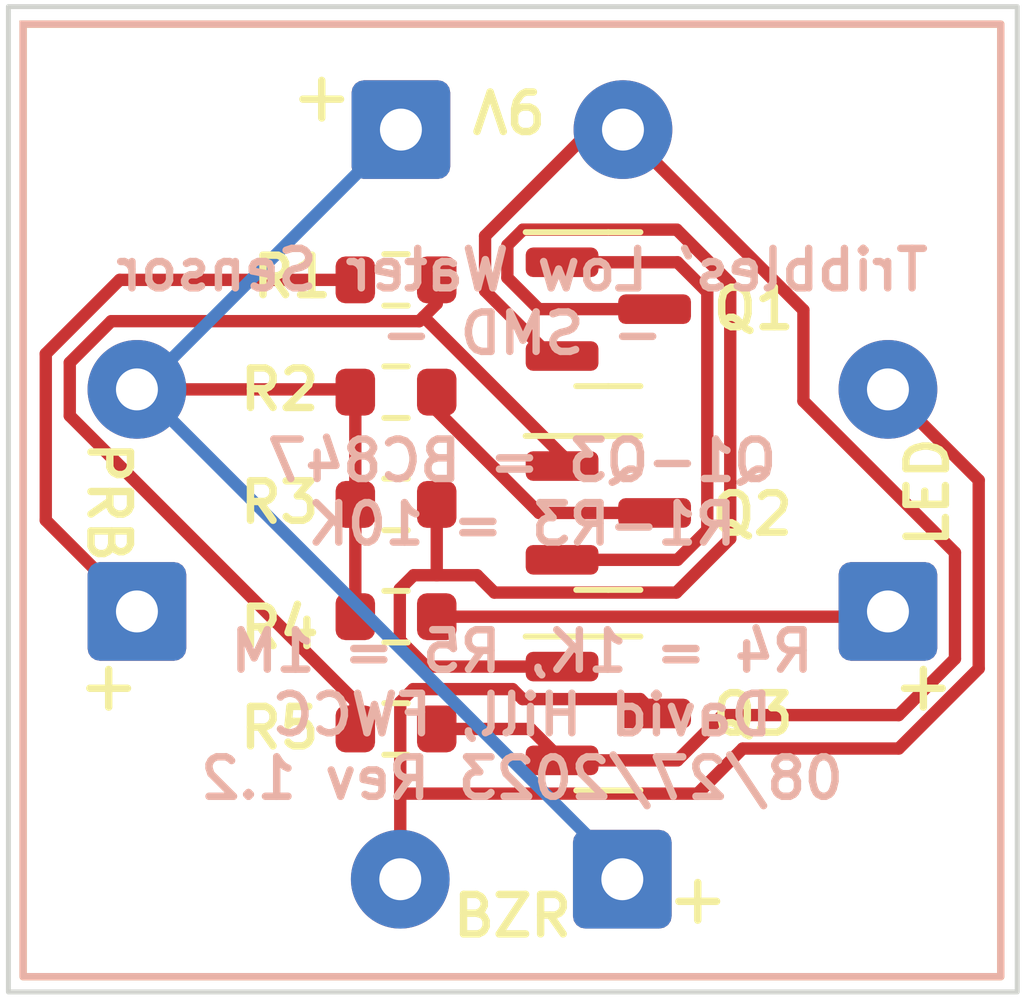
<source format=kicad_pcb>
(kicad_pcb (version 20221018) (generator pcbnew)
  (layers (0 "F.Cu" signal) (31 "B.Cu" signal) (34 "B.Paste" user) (35 "F.Paste" user) (36 "B.SilkS" user "B.Silkscreen") (37 "F.SilkS" user "F.Silkscreen") (38 "B.Mask" user) (39 "F.Mask" user) (44 "Edge.Cuts" user))
  (net 0 "")
  (net 1 "Net-(J1-Pin_1)")
  (net 2 "Net-(Q1-C)")
  (net 3 "Net-(Q1-B)")
  (net 4 "Net-(Q2-C)")
  (net 5 "Net-(Q2-B)")
  (net 6 "Net-(J3-Pin_2)")
  (net 7 "Net-(J4-Pin_1)")
  (net 8 "Net-(J1-Pin_2)")
  (net 9 "Net-(J2-Pin_2)")
  (footprint "Package_TO_SOT_SMD:SOT-23" (layer "F.Cu") (at 151.3055 80.264)
    (fp_text reference "Q2" hide)
    (fp_text value "BC847" hide)
    (fp_line (start 0 -1.56) (end -1.675 -1.56) (stroke (width 0.12)) (layer "F.SilkS"))
    (fp_line (start 0 -1.56) (end 0.65 -1.56) (stroke (width 0.12)) (layer "F.SilkS"))
    (fp_line (start 0 1.56) (end -0.65 1.56) (stroke (width 0.12)) (layer "F.SilkS"))
    (fp_line (start 0 1.56) (end 0.65 1.56) (stroke (width 0.12)) (layer "F.SilkS"))
    (pad "1" smd roundrect (at -0.9375 -0.95) (size 1.475 0.6) (layers "F.Cu" "F.Paste" "F.Mask") (net 5 "Net-(Q2-B)"))
    (pad "2" smd roundrect (at -0.9375 0.95) (size 1.475 0.6) (layers "F.Cu" "F.Paste" "F.Mask") (net 3 "Net-(Q1-B)"))
    (pad "3" smd roundrect (at 0.9375 0) (size 1.475 0.6) (layers "F.Cu" "F.Paste" "F.Mask") (net 4 "Net-(Q2-C)"))
  )
  (footprint "Package_TO_SOT_SMD:SOT-23" (layer "F.Cu") (at 151.3055 76.134)
    (fp_text reference "Q1" hide)
    (fp_text value "BC847")
    (fp_line (start 0 -1.56) (end -1.675 -1.56) (stroke (width 0.12)) (layer "F.SilkS"))
    (fp_line (start 0 -1.56) (end 0.65 -1.56) (stroke (width 0.12)) (layer "F.SilkS"))
    (fp_line (start 0 1.56) (end -0.65 1.56) (stroke (width 0.12)) (layer "F.SilkS"))
    (fp_line (start 0 1.56) (end 0.65 1.56) (stroke (width 0.12)) (layer "F.SilkS"))
    (pad "1" smd roundrect (at -0.9375 -0.95) (size 1.475 0.6) (layers "F.Cu" "F.Paste" "F.Mask") (net 3 "Net-(Q1-B)"))
    (pad "2" smd roundrect (at -0.9375 0.95) (size 1.475 0.6) (layers "F.Cu" "F.Paste" "F.Mask") (net 9 "Net-(J2-Pin_2)"))
    (pad "3" smd roundrect (at 0.9375 0) (size 1.475 0.6) (layers "F.Cu" "F.Paste" "F.Mask") (net 2 "Net-(Q1-C)"))
  )
  (footprint "Resistor_SMD:R_0603_1608Metric" (layer "F.Cu") (at 147.003 75.5407)
    (fp_text reference "R1" hide)
    (fp_text value "10K" hide)
    (fp_line (start -0.237258 -0.5225) (end 0.237258 -0.5225) (stroke (width 0.12)) (layer "F.SilkS"))
    (fp_line (start -0.237258 0.5225) (end 0.237258 0.5225) (stroke (width 0.12)) (layer "F.SilkS"))
    (pad "1" smd roundrect (at -0.825 0) (size 0.8 0.95) (layers "F.Cu" "F.Paste" "F.Mask") (net 1 "Net-(J1-Pin_1)"))
    (pad "2" smd roundrect (at 0.825 0) (size 0.8 0.95) (layers "F.Cu" "F.Paste" "F.Mask") (net 5 "Net-(Q2-B)"))
  )
  (footprint "Resistor_SMD:R_0603_1608Metric" (layer "F.Cu") (at 147.003 82.3664)
    (fp_text reference "R4" hide)
    (fp_text value "1K" hide)
    (fp_line (start -0.237258 -0.5225) (end 0.237258 -0.5225) (stroke (width 0.12)) (layer "F.SilkS"))
    (fp_line (start -0.237258 0.5225) (end 0.237258 0.5225) (stroke (width 0.12)) (layer "F.SilkS"))
    (pad "1" smd roundrect (at -0.825 0) (size 0.8 0.95) (layers "F.Cu" "F.Paste" "F.Mask") (net 8 "Net-(J1-Pin_2)"))
    (pad "2" smd roundrect (at 0.825 0) (size 0.8 0.95) (layers "F.Cu" "F.Paste" "F.Mask") (net 7 "Net-(J4-Pin_1)"))
  )
  (footprint "Resistor_SMD:R_0603_1608Metric" (layer "F.Cu") (at 147.003 77.816)
    (fp_text reference "R2" hide)
    (fp_text value "10K" hide)
    (fp_line (start -0.237258 -0.5225) (end 0.237258 -0.5225) (stroke (width 0.12)) (layer "F.SilkS"))
    (fp_line (start -0.237258 0.5225) (end 0.237258 0.5225) (stroke (width 0.12)) (layer "F.SilkS"))
    (pad "1" smd roundrect (at -0.825 0) (size 0.8 0.95) (layers "F.Cu" "F.Paste" "F.Mask") (net 8 "Net-(J1-Pin_2)"))
    (pad "2" smd roundrect (at 0.825 0) (size 0.8 0.95) (layers "F.Cu" "F.Paste" "F.Mask") (net 4 "Net-(Q2-C)"))
  )
  (footprint "Resistor_SMD:R_0603_1608Metric" (layer "F.Cu") (at 147.003 80.0912)
    (fp_text reference "R3" hide)
    (fp_text value "10K" hide)
    (fp_line (start -0.237258 -0.5225) (end 0.237258 -0.5225) (stroke (width 0.12)) (layer "F.SilkS"))
    (fp_line (start -0.237258 0.5225) (end 0.237258 0.5225) (stroke (width 0.12)) (layer "F.SilkS"))
    (pad "1" smd roundrect (at -0.825 0) (size 0.8 0.95) (layers "F.Cu" "F.Paste" "F.Mask") (net 8 "Net-(J1-Pin_2)"))
    (pad "2" smd roundrect (at 0.825 0) (size 0.8 0.95) (layers "F.Cu" "F.Paste" "F.Mask") (net 2 "Net-(Q1-C)"))
  )
  (footprint "Connector_Wire:SolderWire-0.25sqmm_1x02_P4.5mm_D0.65mm_OD2mm" (layer "F.Cu") (at 141.7523 82.26 90)
    (fp_text reference "J1" hide)
    (fp_text value "Water Probes" hide)
    (pad "1" thru_hole roundrect (at 0 0 90) (size 2 2) (drill 0.85) (layers "*.Cu" "*.Mask") (roundrect_rratio 0.125) (net 1 "Net-(J1-Pin_1)"))
    (pad "2" thru_hole circle (at 4.5 0 90) (size 2 2) (drill 0.85) (layers "*.Cu" "*.Mask") (net 8 "Net-(J1-Pin_2)"))
  )
  (footprint "Resistor_SMD:R_0603_1608Metric" (layer "F.Cu") (at 147.003 84.6416)
    (fp_text reference "R5" hide)
    (fp_text value "1M" hide)
    (fp_line (start -0.237258 -0.5225) (end 0.237258 -0.5225) (stroke (width 0.12)) (layer "F.SilkS"))
    (fp_line (start -0.237258 0.5225) (end 0.237258 0.5225) (stroke (width 0.12)) (layer "F.SilkS"))
    (pad "1" smd roundrect (at -0.825 0) (size 0.8 0.95) (layers "F.Cu" "F.Paste" "F.Mask") (net 5 "Net-(Q2-B)"))
    (pad "2" smd roundrect (at 0.825 0) (size 0.8 0.95) (layers "F.Cu" "F.Paste" "F.Mask") (net 9 "Net-(J2-Pin_2)"))
  )
  (footprint "Connector_Wire:SolderWire-0.25sqmm_1x02_P4.5mm_D0.65mm_OD2mm" (layer "F.Cu") (at 156.972 82.26 90)
    (fp_text reference "J4" hide)
    (fp_text value "LED" hide)
    (pad "1" thru_hole roundrect (at 0 0 90) (size 2 2) (drill 0.85) (layers "*.Cu" "*.Mask") (roundrect_rratio 0.125) (net 7 "Net-(J4-Pin_1)"))
    (pad "2" thru_hole circle (at 4.5 0 90) (size 2 2) (drill 0.85) (layers "*.Cu" "*.Mask") (net 6 "Net-(J3-Pin_2)"))
  )
  (footprint "Connector_Wire:SolderWire-0.25sqmm_1x02_P4.5mm_D0.65mm_OD2mm" (layer "F.Cu") (at 151.5887 87.6869 180)
    (fp_text reference "J3" hide)
    (fp_text value "Buzzer" hide)
    (pad "1" thru_hole roundrect (at 0 0 180) (size 2 2) (drill 0.85) (layers "*.Cu" "*.Mask") (roundrect_rratio 0.125) (net 8 "Net-(J1-Pin_2)"))
    (pad "2" thru_hole circle (at 4.5 0 180) (size 2 2) (drill 0.85) (layers "*.Cu" "*.Mask") (net 6 "Net-(J3-Pin_2)"))
  )
  (footprint "Connector_Wire:SolderWire-0.25sqmm_1x02_P4.5mm_D0.65mm_OD2mm" (layer "F.Cu") (at 147.102 72.4955)
    (fp_text reference "J2" hide)
    (fp_text value "Battery 9VDC" hide)
    (pad "1" thru_hole roundrect (at 0 0) (size 2 2) (drill 0.85) (layers "*.Cu" "*.Mask") (roundrect_rratio 0.125) (net 8 "Net-(J1-Pin_2)"))
    (pad "2" thru_hole circle (at 4.5 0) (size 2 2) (drill 0.85) (layers "*.Cu" "*.Mask") (net 9 "Net-(J2-Pin_2)"))
  )
  (footprint "MountingHole:MountingHole_2.5mm" (layer "F.Cu") (at 156.925 87.376)
    (fp_text reference "H3" hide)
    (fp_text value "MountingHole" hide)
    (pad "" np_thru_hole circle (at 0 0) (size 2.5 2.5) (drill 2.5) (layers "*.Cu" "*.Mask"))
  )
  (footprint "MountingHole:MountingHole_2.5mm" (layer "F.Cu") (at 141.7523 87.3191)
    (fp_text reference "H4" hide)
    (fp_text value "MountingHole" hide)
    (pad "" np_thru_hole circle (at 0 0) (size 2.5 2.5) (drill 2.5) (layers "*.Cu" "*.Mask"))
  )
  (footprint "MountingHole:MountingHole_2.5mm" (layer "F.Cu") (at 141.7726 72.7925)
    (fp_text reference "H1" hide)
    (fp_text value "MountingHole" hide)
    (pad "" np_thru_hole circle (at 0 0) (size 2.5 2.5) (drill 2.5) (layers "*.Cu" "*.Mask"))
  )
  (footprint "MountingHole:MountingHole_2.5mm" (layer "F.Cu") (at 156.972 72.644)
    (fp_text reference "H2" hide)
    (fp_text value "MountingHole" hide)
    (pad "" np_thru_hole circle (at 0 0) (size 2.5 2.5) (drill 2.5) (layers "*.Cu" "*.Mask"))
  )
  (footprint "Package_TO_SOT_SMD:SOT-23" (layer "F.Cu") (at 151.3055 84.328)
    (fp_text reference "Q5" hide)
    (fp_text value "BC847" hide)
    (fp_line (start 0 -1.56) (end -1.675 -1.56) (stroke (width 0.12)) (layer "F.SilkS"))
    (fp_line (start 0 -1.56) (end 0.65 -1.56) (stroke (width 0.12)) (layer "F.SilkS"))
    (fp_line (start 0 1.56) (end -0.65 1.56) (stroke (width 0.12)) (layer "F.SilkS"))
    (fp_line (start 0 1.56) (end 0.65 1.56) (stroke (width 0.12)) (layer "F.SilkS"))
    (pad "1" smd roundrect (at -0.9375 -0.95) (size 1.475 0.6) (layers "F.Cu" "F.Paste" "F.Mask") (net 2 "Net-(Q1-C)"))
    (pad "2" smd roundrect (at -0.9375 0.95) (size 1.475 0.6) (layers "F.Cu" "F.Paste" "F.Mask") (net 9 "Net-(J2-Pin_2)"))
    (pad "3" smd roundrect (at 0.9375 0) (size 1.475 0.6) (layers "F.Cu" "F.Paste" "F.Mask") (net 6 "Net-(J3-Pin_2)"))
  )
  (gr_rect (start 139.446 70.358) (end 159.258 89.662) (stroke (width 0.15)) (fill none) (layer "B.SilkS"))
  (gr_rect (start 139.446 70.358) (end 159.258 89.662) (stroke (width 0.15)) (fill none) (layer "F.SilkS"))
  (gr_rect (start 139.14737 70.003065) (end 159.59137 89.971065) (stroke (width 0.1)) (fill none) (layer "Edge.Cuts"))
  (gr_text "Tribbles' Low Water Sensor\n- SMD -\n\nQ1-Q3 = BC847\nR1-R3 = 10K\n\nR4 = 1K, R5 = 1M\nDavid Hill, FWCC\n08/27/2023 Rev 1.2\n" (at 149.556258 86.11168) (layer "B.SilkS") (effects (font (size 0.8 0.8) (thickness 0.15) bold) (justify bottom mirror)))
  (gr_text "Q1" (at 153.352149 76.595518) (layer "F.SilkS") (effects (font (size 0.8 0.8) (thickness 0.15) bold) (justify left bottom)))
  (gr_text "Q3" (at 153.3375 84.811501) (layer "F.SilkS") (effects (font (size 0.8 0.8) (thickness 0.15) bold) (justify left bottom)))
  (gr_text "R1" (at 144.018 75.946) (layer "F.SilkS") (effects (font (size 0.8 0.8) (thickness 0.15) bold) (justify left bottom)))
  (gr_text "BZR" (at 148.082 88.9) (layer "F.SilkS") (effects (font (size 0.8 0.8) (thickness 0.15) bold) (justify left bottom)))
  (gr_text "R2" (at 143.764 78.232) (layer "F.SilkS") (effects (font (size 0.8 0.8) (thickness 0.15) bold) (justify left bottom)))
  (gr_text "+" (at 152.4 88.646) (layer "F.SilkS") (effects (font (size 1 1)) (justify left bottom)))
  (gr_text "9V" (at 150.114 71.628 180) (layer "F.SilkS") (effects (font (size 0.8 0.8) (thickness 0.15) bold) (justify left bottom)))
  (gr_text "R3" (at 143.764 80.518) (layer "F.SilkS") (effects (font (size 0.8 0.8) (thickness 0.15) bold) (justify left bottom)))
  (gr_text "R5" (at 143.764 85.09) (layer "F.SilkS") (effects (font (size 0.8 0.8) (thickness 0.15) bold) (justify left bottom)))
  (gr_text "+" (at 144.78 72.39) (layer "F.SilkS") (effects (font (size 1 1)) (justify left bottom)))
  (gr_text "R4" (at 143.764 83.058) (layer "F.SilkS") (effects (font (size 0.8 0.8) (thickness 0.15) bold) (justify left bottom)))
  (gr_text "PRB" (at 140.716 78.74 270) (layer "F.SilkS") (effects (font (size 0.8 0.8) (thickness 0.15) bold) (justify left bottom)))
  (gr_text "LED" (at 158.242 81.026 90) (layer "F.SilkS") (effects (font (size 0.8 0.8) (thickness 0.15) bold) (justify left bottom)))
  (gr_text "+" (at 156.972 84.328) (layer "F.SilkS") (effects (font (size 1 1)) (justify left bottom)))
  (gr_text "Q2" (at 153.322851 80.758483) (layer "F.SilkS") (effects (font (size 0.8 0.8) (thickness 0.15) bold) (justify left bottom)))
  (gr_text "+" (at 140.462 84.328) (layer "F.SilkS") (effects (font (size 1 1)) (justify left bottom)))
  (segment (start 139.9051 80.4128) (end 139.9051 77.0382) (width 0.25) (layer "F.Cu") (net 1))
  (segment (start 139.9051 77.0382) (end 141.4026 75.5407) (width 0.25) (layer "F.Cu") (net 1))
  (segment (start 141.4026 75.5407) (end 146.178 75.5407) (width 0.25) (layer "F.Cu") (net 1))
  (segment (start 141.7523 82.26) (end 139.9051 80.4128) (width 0.25) (layer "F.Cu") (net 1))
  (segment (start 148.6447 81.526) (end 148.9966 81.8779) (width 0.25) (layer "F.Cu") (net 2))
  (segment (start 153.776 75.6067) (end 152.6922 74.5229) (width 0.25) (layer "F.Cu") (net 2))
  (segment (start 147.828 81.526) (end 148.6447 81.526) (width 0.25) (layer "F.Cu") (net 2))
  (segment (start 149.2593 75.4978) (end 149.8955 76.134) (width 0.25) (layer "F.Cu") (net 2))
  (segment (start 147.6173 83.378) (end 147.0798 82.8405) (width 0.25) (layer "F.Cu") (net 2))
  (segment (start 147.828 80.0912) (end 147.828 81.526) (width 0.25) (layer "F.Cu") (net 2))
  (segment (start 147.0798 82.8405) (end 147.0798 81.8065) (width 0.25) (layer "F.Cu") (net 2))
  (segment (start 150.368 83.378) (end 147.6173 83.378) (width 0.25) (layer "F.Cu") (net 2))
  (segment (start 149.2593 74.8382) (end 149.2593 75.4978) (width 0.25) (layer "F.Cu") (net 2))
  (segment (start 149.5746 74.5229) (end 149.2593 74.8382) (width 0.25) (layer "F.Cu") (net 2))
  (segment (start 152.6922 74.5229) (end 149.5746 74.5229) (width 0.25) (layer "F.Cu") (net 2))
  (segment (start 147.0798 81.8065) (end 147.3603 81.526) (width 0.25) (layer "F.Cu") (net 2))
  (segment (start 152.6821 81.8779) (end 153.776 80.784) (width 0.25) (layer "F.Cu") (net 2))
  (segment (start 148.9966 81.8779) (end 152.6821 81.8779) (width 0.25) (layer "F.Cu") (net 2))
  (segment (start 153.776 80.784) (end 153.776 75.6067) (width 0.25) (layer "F.Cu") (net 2))
  (segment (start 149.8955 76.134) (end 152.243 76.134) (width 0.25) (layer "F.Cu") (net 2))
  (segment (start 147.3603 81.526) (end 147.828 81.526) (width 0.25) (layer "F.Cu") (net 2))
  (segment (start 150.368 75.184) (end 152.7058 75.184) (width 0.25) (layer "F.Cu") (net 3))
  (segment (start 152.7058 75.184) (end 153.3108 75.789) (width 0.25) (layer "F.Cu") (net 3))
  (segment (start 153.3108 75.789) (end 153.3108 80.6101) (width 0.25) (layer "F.Cu") (net 3))
  (segment (start 153.3108 80.6101) (end 152.7069 81.214) (width 0.25) (layer "F.Cu") (net 3))
  (segment (start 152.7069 81.214) (end 150.368 81.214) (width 0.25) (layer "F.Cu") (net 3))
  (segment (start 152.243 80.264) (end 149.903 80.264) (width 0.25) (layer "F.Cu") (net 4))
  (segment (start 147.828 78.189) (end 147.828 77.816) (width 0.25) (layer "F.Cu") (net 4))
  (segment (start 149.903 80.264) (end 147.828 78.189) (width 0.25) (layer "F.Cu") (net 4))
  (segment (start 150.368 79.0954) (end 147.5618 76.2892) (width 0.25) (layer "F.Cu") (net 5))
  (segment (start 147.828 76.023) (end 147.5618 76.2892) (width 0.25) (layer "F.Cu") (net 5))
  (segment (start 146.178 84.6416) (end 146.178 84.0816) (width 0.25) (layer "F.Cu") (net 5))
  (segment (start 147.828 75.5407) (end 147.828 76.023) (width 0.25) (layer "F.Cu") (net 5))
  (segment (start 146.178 84.0816) (end 140.3913 78.2949) (width 0.25) (layer "F.Cu") (net 5))
  (segment (start 150.368 79.314) (end 150.368 79.0954) (width 0.25) (layer "F.Cu") (net 5))
  (segment (start 147.4731 76.3779) (end 147.5618 76.2892) (width 0.25) (layer "F.Cu") (net 5))
  (segment (start 140.3913 78.2949) (end 140.3913 77.218) (width 0.25) (layer "F.Cu") (net 5))
  (segment (start 140.3913 77.218) (end 141.2314 76.3779) (width 0.25) (layer "F.Cu") (net 5))
  (segment (start 141.2314 76.3779) (end 147.4731 76.3779) (width 0.25) (layer "F.Cu") (net 5))
  (segment (start 158.8114 79.5994) (end 156.972 77.76) (width 0.25) (layer "F.Cu") (net 6))
  (segment (start 149.567 84.0363) (end 151.9513 84.0363) (width 0.25) (layer "F.Cu") (net 6))
  (segment (start 149.3651 83.8344) (end 149.567 84.0363) (width 0.25) (layer "F.Cu") (net 6))
  (segment (start 147.3511 83.8344) (end 149.3651 83.8344) (width 0.25) (layer "F.Cu") (net 6))
  (segment (start 153.1143 85.9522) (end 154.0284 85.0381) (width 0.25) (layer "F.Cu") (net 6))
  (segment (start 151.9513 84.0363) (end 152.243 84.328) (width 0.25) (layer "F.Cu") (net 6))
  (segment (start 154.0284 85.0381) (end 157.1902 85.0381) (width 0.25) (layer "F.Cu") (net 6))
  (segment (start 147.0887 84.0968) (end 147.3511 83.8344) (width 0.25) (layer "F.Cu") (net 6))
  (segment (start 147.0887 85.9522) (end 153.1143 85.9522) (width 0.25) (layer "F.Cu") (net 6))
  (segment (start 147.0887 87.6869) (end 147.0887 85.9522) (width 0.25) (layer "F.Cu") (net 6))
  (segment (start 157.1902 85.0381) (end 158.8114 83.4169) (width 0.25) (layer "F.Cu") (net 6))
  (segment (start 147.0887 85.9522) (end 147.0887 84.0968) (width 0.25) (layer "F.Cu") (net 6))
  (segment (start 158.8114 83.4169) (end 158.8114 79.5994) (width 0.25) (layer "F.Cu") (net 6))
  (segment (start 147.828 82.3664) (end 156.8656 82.3664) (width 0.25) (layer "F.Cu") (net 7))
  (segment (start 156.8656 82.3664) (end 156.972 82.26) (width 0.25) (layer "F.Cu") (net 7))
  (segment (start 146.122 77.76) (end 146.178 77.816) (width 0.25) (layer "F.Cu") (net 8))
  (segment (start 146.178 77.816) (end 146.178 80.0912) (width 0.25) (layer "F.Cu") (net 8))
  (segment (start 141.7523 77.76) (end 146.122 77.76) (width 0.25) (layer "F.Cu") (net 8))
  (segment (start 146.178 80.0912) (end 146.178 82.3664) (width 0.25) (layer "F.Cu") (net 8))
  (segment (start 141.8375 77.76) (end 141.7523 77.76) (width 0.25) (layer "B.Cu") (net 8))
  (segment (start 151.5887 87.5112) (end 141.8375 77.76) (width 0.25) (layer "B.Cu") (net 8))
  (segment (start 151.5887 87.6869) (end 151.5887 87.5112) (width 0.25) (layer "B.Cu") (net 8))
  (segment (start 147.102 72.4955) (end 141.8375 77.76) (width 0.25) (layer "B.Cu") (net 8))
  (segment (start 157.188 84.3611) (end 153.6227 84.3611) (width 0.25) (layer "F.Cu") (net 9))
  (segment (start 148.8074 74.651) (end 150.9629 72.4955) (width 0.25) (layer "F.Cu") (net 9))
  (segment (start 158.3297 83.2194) (end 157.188 84.3611) (width 0.25) (layer "F.Cu") (net 9))
  (segment (start 150.368 77.084) (end 150.1283 77.084) (width 0.25) (layer "F.Cu") (net 9))
  (segment (start 150.9629 72.4955) (end 151.602 72.4955) (width 0.25) (layer "F.Cu") (net 9))
  (segment (start 155.2587 77.9961) (end 158.3297 81.0671) (width 0.25) (layer "F.Cu") (net 9))
  (segment (start 151.602 72.4955) (end 155.2587 76.1522) (width 0.25) (layer "F.Cu") (net 9))
  (segment (start 155.2587 76.1522) (end 155.2587 77.9961) (width 0.25) (layer "F.Cu") (net 9))
  (segment (start 153.6227 84.3611) (end 152.7058 85.278) (width 0.25) (layer "F.Cu") (net 9))
  (segment (start 158.3297 81.0671) (end 158.3297 83.2194) (width 0.25) (layer "F.Cu") (net 9))
  (segment (start 147.828 84.6416) (end 149.7316 84.6416) (width 0.25) (layer "F.Cu") (net 9))
  (segment (start 148.8074 75.7631) (end 148.8074 74.651) (width 0.25) (layer "F.Cu") (net 9))
  (segment (start 149.7316 84.6416) (end 150.368 85.278) (width 0.25) (layer "F.Cu") (net 9))
  (segment (start 150.1283 77.084) (end 148.8074 75.7631) (width 0.25) (layer "F.Cu") (net 9))
  (segment (start 152.7058 85.278) (end 150.368 85.278) (width 0.25) (layer "F.Cu") (net 9))
)
</source>
